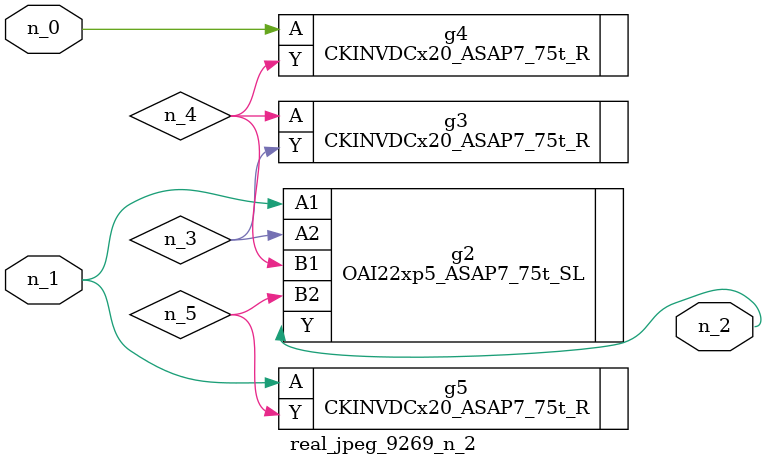
<source format=v>
module real_jpeg_9269_n_2 (n_1, n_0, n_2);

input n_1;
input n_0;

output n_2;

wire n_5;
wire n_4;
wire n_3;

CKINVDCx20_ASAP7_75t_R g4 ( 
.A(n_0),
.Y(n_4)
);

OAI22xp5_ASAP7_75t_SL g2 ( 
.A1(n_1),
.A2(n_3),
.B1(n_4),
.B2(n_5),
.Y(n_2)
);

CKINVDCx20_ASAP7_75t_R g5 ( 
.A(n_1),
.Y(n_5)
);

CKINVDCx20_ASAP7_75t_R g3 ( 
.A(n_4),
.Y(n_3)
);


endmodule
</source>
